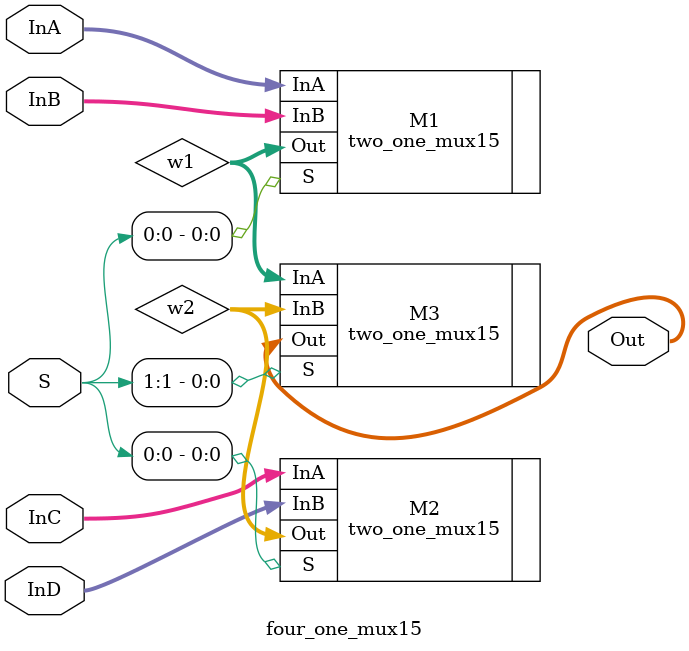
<source format=v>
module four_one_mux15(Out, InA, InB, InC, InD, S);

input [15:0] InA, InB, InC, InD;
input [1:0] S;

output[15:0] Out;
wire [15:0] w1, w2;

two_one_mux15 M1(.Out(w1), .InA(InA), .InB(InB), .S(S[0]));
two_one_mux15 M2(.Out(w2), .InA(InC), .InB(InD), .S(S[0]));
two_one_mux15 M3(.Out(Out), .InA(w1), .InB(w2), .S(S[1]));

endmodule

</source>
